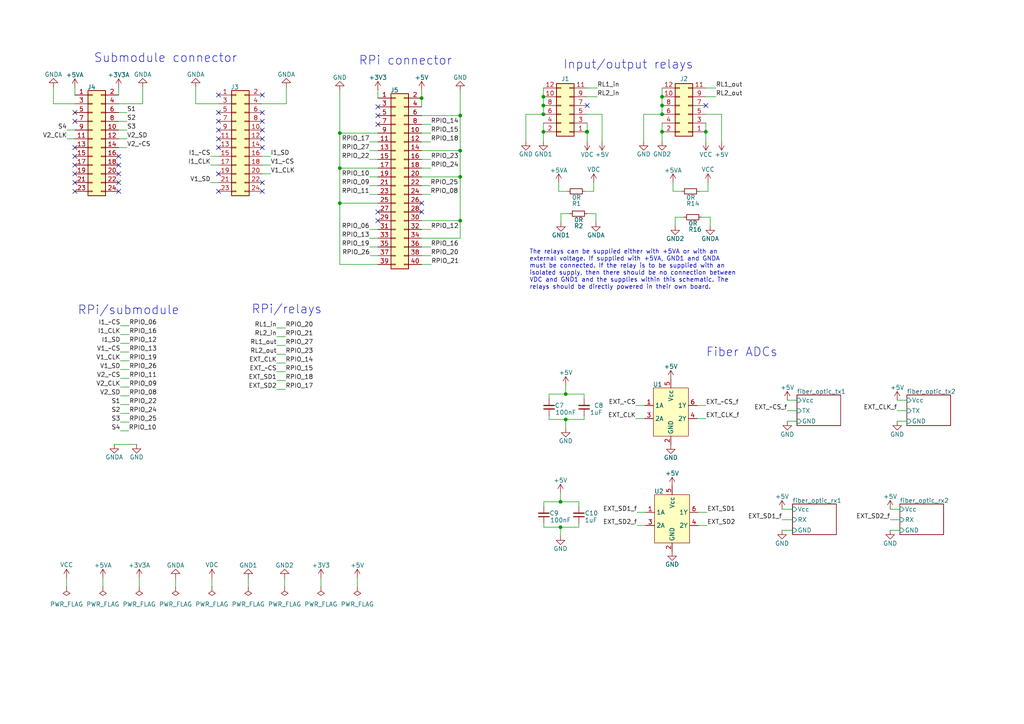
<source format=kicad_sch>
(kicad_sch (version 20211123) (generator eeschema)
  (paper "A4")
  (lib_symbols
    (symbol "CL_Digital_Buffer:Dual_Buffer"
      (property "Reference" "U" (at -5.08 6.35 0))
      (property "Value" "Dual_Buffer" (at 6.35 6.35 0))
      (symbol "Dual_Buffer_0_1"
        (rectangle (start -5.08 5.08) (end 5.08 -8.89) (fill (type background)))
      )
      (symbol "Dual_Buffer_1_1"
        (pin input line (at -7.62 0 0) (length 2.54) (name "1A") (number "1"))
        (pin power_in line (at 0 -11.43 90) (length 2.54) (name "GND") (number "2"))
        (pin input line (at -7.62 -3.81 0) (length 2.54) (name "2A") (number "3"))
        (pin input line (at 7.62 -3.81 180) (length 2.54) (name "2Y") (number "4"))
        (pin power_in line (at 0 7.62 270) (length 2.54) (name "Vcc") (number "5"))
        (pin input line (at 7.62 0 180) (length 2.54) (name "1Y") (number "6"))
      )
    )
    (symbol "CL_power:+3V3A" (power) (pin_names (offset 0))
      (property "Value" "+3V3A" (at 0 3.556 0))
      (symbol "+3V3A_0_1"
        (polyline (pts (xy -0.762 1.27) (xy 0 2.54)))
        (polyline (pts (xy 0 0) (xy 0 2.54)))
        (polyline (pts (xy 0 2.54) (xy 0.762 1.27)))
      )
      (symbol "+3V3A_1_1"
        (pin power_in line (at 0 0 90) (length 0) hide (name "+3V3A") (number "1"))
      )
    )
    (symbol "Connector_Generic:Conn_02x06_Odd_Even" (pin_names (offset 1.016) hide)
      (property "Reference" "J" (at 1.27 7.62 0))
      (property "Value" "Conn_02x06_Odd_Even" (at 1.27 -10.16 0))
      (symbol "Conn_02x06_Odd_Even_1_1"
        (rectangle (start -1.27 -7.493) (end 0 -7.747) (stroke (width 0.1524)))
        (rectangle (start -1.27 -4.953) (end 0 -5.207) (stroke (width 0.1524)))
        (rectangle (start -1.27 -2.413) (end 0 -2.667) (stroke (width 0.1524)))
        (rectangle (start -1.27 0.127) (end 0 -0.127) (stroke (width 0.1524)))
        (rectangle (start -1.27 2.667) (end 0 2.413) (stroke (width 0.1524)))
        (rectangle (start -1.27 5.207) (end 0 4.953) (stroke (width 0.1524)))
        (rectangle (start -1.27 6.35) (end 3.81 -8.89) (stroke (width 0.254)) (fill (type background)))
        (rectangle (start 3.81 -7.493) (end 2.54 -7.747) (stroke (width 0.1524)))
        (rectangle (start 3.81 -4.953) (end 2.54 -5.207) (stroke (width 0.1524)))
        (rectangle (start 3.81 -2.413) (end 2.54 -2.667) (stroke (width 0.1524)))
        (rectangle (start 3.81 0.127) (end 2.54 -0.127) (stroke (width 0.1524)))
        (rectangle (start 3.81 2.667) (end 2.54 2.413) (stroke (width 0.1524)))
        (rectangle (start 3.81 5.207) (end 2.54 4.953) (stroke (width 0.1524)))
        (pin passive line (at -5.08 5.08 0) (length 3.81) (name "Pin_1") (number "1"))
        (pin passive line (at 7.62 -5.08 180) (length 3.81) (name "Pin_10") (number "10"))
        (pin passive line (at -5.08 -7.62 0) (length 3.81) (name "Pin_11") (number "11"))
        (pin passive line (at 7.62 -7.62 180) (length 3.81) (name "Pin_12") (number "12"))
        (pin passive line (at 7.62 5.08 180) (length 3.81) (name "Pin_2") (number "2"))
        (pin passive line (at -5.08 2.54 0) (length 3.81) (name "Pin_3") (number "3"))
        (pin passive line (at 7.62 2.54 180) (length 3.81) (name "Pin_4") (number "4"))
        (pin passive line (at -5.08 0 0) (length 3.81) (name "Pin_5") (number "5"))
        (pin passive line (at 7.62 0 180) (length 3.81) (name "Pin_6") (number "6"))
        (pin passive line (at -5.08 -2.54 0) (length 3.81) (name "Pin_7") (number "7"))
        (pin passive line (at 7.62 -2.54 180) (length 3.81) (name "Pin_8") (number "8"))
        (pin passive line (at -5.08 -5.08 0) (length 3.81) (name "Pin_9") (number "9"))
      )
    )
    (symbol "Connector_Generic:Conn_02x12_Odd_Even" (pin_names (offset 1.016) hide)
      (property "Reference" "J" (at 1.27 15.24 0))
      (property "Value" "Conn_02x12_Odd_Even" (at 1.27 -17.78 0))
      (symbol "Conn_02x12_Odd_Even_1_1"
        (rectangle (start -1.27 -15.113) (end 0 -15.367) (stroke (width 0.1524)))
        (rectangle (start -1.27 -12.573) (end 0 -12.827) (stroke (width 0.1524)))
        (rectangle (start -1.27 -10.033) (end 0 -10.287) (stroke (width 0.1524)))
        (rectangle (start -1.27 -7.493) (end 0 -7.747) (stroke (width 0.1524)))
        (rectangle (start -1.27 -4.953) (end 0 -5.207) (stroke (width 0.1524)))
        (rectangle (start -1.27 -2.413) (end 0 -2.667) (stroke (width 0.1524)))
        (rectangle (start -1.27 0.127) (end 0 -0.127) (stroke (width 0.1524)))
        (rectangle (start -1.27 2.667) (end 0 2.413) (stroke (width 0.1524)))
        (rectangle (start -1.27 5.207) (end 0 4.953) (stroke (width 0.1524)))
        (rectangle (start -1.27 7.747) (end 0 7.493) (stroke (width 0.1524)))
        (rectangle (start -1.27 10.287) (end 0 10.033) (stroke (width 0.1524)))
        (rectangle (start -1.27 12.827) (end 0 12.573) (stroke (width 0.1524)))
        (rectangle (start -1.27 13.97) (end 3.81 -16.51) (stroke (width 0.254)) (fill (type background)))
        (rectangle (start 3.81 -15.113) (end 2.54 -15.367) (stroke (width 0.1524)))
        (rectangle (start 3.81 -12.573) (end 2.54 -12.827) (stroke (width 0.1524)))
        (rectangle (start 3.81 -10.033) (end 2.54 -10.287) (stroke (width 0.1524)))
        (rectangle (start 3.81 -7.493) (end 2.54 -7.747) (stroke (width 0.1524)))
        (rectangle (start 3.81 -4.953) (end 2.54 -5.207) (stroke (width 0.1524)))
        (rectangle (start 3.81 -2.413) (end 2.54 -2.667) (stroke (width 0.1524)))
        (rectangle (start 3.81 0.127) (end 2.54 -0.127) (stroke (width 0.1524)))
        (rectangle (start 3.81 2.667) (end 2.54 2.413) (stroke (width 0.1524)))
        (rectangle (start 3.81 5.207) (end 2.54 4.953) (stroke (width 0.1524)))
        (rectangle (start 3.81 7.747) (end 2.54 7.493) (stroke (width 0.1524)))
        (rectangle (start 3.81 10.287) (end 2.54 10.033) (stroke (width 0.1524)))
        (rectangle (start 3.81 12.827) (end 2.54 12.573) (stroke (width 0.1524)))
        (pin passive line (at -5.08 12.7 0) (length 3.81) (name "Pin_1") (number "1"))
        (pin passive line (at 7.62 2.54 180) (length 3.81) (name "Pin_10") (number "10"))
        (pin passive line (at -5.08 0 0) (length 3.81) (name "Pin_11") (number "11"))
        (pin passive line (at 7.62 0 180) (length 3.81) (name "Pin_12") (number "12"))
        (pin passive line (at -5.08 -2.54 0) (length 3.81) (name "Pin_13") (number "13"))
        (pin passive line (at 7.62 -2.54 180) (length 3.81) (name "Pin_14") (number "14"))
        (pin passive line (at -5.08 -5.08 0) (length 3.81) (name "Pin_15") (number "15"))
        (pin passive line (at 7.62 -5.08 180) (length 3.81) (name "Pin_16") (number "16"))
        (pin passive line (at -5.08 -7.62 0) (length 3.81) (name "Pin_17") (number "17"))
        (pin passive line (at 7.62 -7.62 180) (length 3.81) (name "Pin_18") (number "18"))
        (pin passive line (at -5.08 -10.16 0) (length 3.81) (name "Pin_19") (number "19"))
        (pin passive line (at 7.62 12.7 180) (length 3.81) (name "Pin_2") (number "2"))
        (pin passive line (at 7.62 -10.16 180) (length 3.81) (name "Pin_20") (number "20"))
        (pin passive line (at -5.08 -12.7 0) (length 3.81) (name "Pin_21") (number "21"))
        (pin passive line (at 7.62 -12.7 180) (length 3.81) (name "Pin_22") (number "22"))
        (pin passive line (at -5.08 -15.24 0) (length 3.81) (name "Pin_23") (number "23"))
        (pin passive line (at 7.62 -15.24 180) (length 3.81) (name "Pin_24") (number "24"))
        (pin passive line (at -5.08 10.16 0) (length 3.81) (name "Pin_3") (number "3"))
        (pin passive line (at 7.62 10.16 180) (length 3.81) (name "Pin_4") (number "4"))
        (pin passive line (at -5.08 7.62 0) (length 3.81) (name "Pin_5") (number "5"))
        (pin passive line (at 7.62 7.62 180) (length 3.81) (name "Pin_6") (number "6"))
        (pin passive line (at -5.08 5.08 0) (length 3.81) (name "Pin_7") (number "7"))
        (pin passive line (at 7.62 5.08 180) (length 3.81) (name "Pin_8") (number "8"))
        (pin passive line (at -5.08 2.54 0) (length 3.81) (name "Pin_9") (number "9"))
      )
    )
    (symbol "Connector_Generic:Conn_02x20_Odd_Even" (pin_names (offset 1.016) hide)
      (property "Reference" "J" (at 1.27 25.4 0))
      (property "Value" "Conn_02x20_Odd_Even" (at 1.27 -27.94 0))
      (symbol "Conn_02x20_Odd_Even_1_1"
        (rectangle (start -1.27 -25.273) (end 0 -25.527) (stroke (width 0.1524)))
        (rectangle (start -1.27 -22.733) (end 0 -22.987) (stroke (width 0.1524)))
        (rectangle (start -1.27 -20.193) (end 0 -20.447) (stroke (width 0.1524)))
        (rectangle (start -1.27 -17.653) (end 0 -17.907) (stroke (width 0.1524)))
        (rectangle (start -1.27 -15.113) (end 0 -15.367) (stroke (width 0.1524)))
        (rectangle (start -1.27 -12.573) (end 0 -12.827) (stroke (width 0.1524)))
        (rectangle (start -1.27 -10.033) (end 0 -10.287) (stroke (width 0.1524)))
        (rectangle (start -1.27 -7.493) (end 0 -7.747) (stroke (width 0.1524)))
        (rectangle (start -1.27 -4.953) (end 0 -5.207) (stroke (width 0.1524)))
        (rectangle (start -1.27 -2.413) (end 0 -2.667) (stroke (width 0.1524)))
        (rectangle (start -1.27 0.127) (end 0 -0.127) (stroke (width 0.1524)))
        (rectangle (start -1.27 2.667) (end 0 2.413) (stroke (width 0.1524)))
        (rectangle (start -1.27 5.207) (end 0 4.953) (stroke (width 0.1524)))
        (rectangle (start -1.27 7.747) (end 0 7.493) (stroke (width 0.1524)))
        (rectangle (start -1.27 10.287) (end 0 10.033) (stroke (width 0.1524)))
        (rectangle (start -1.27 12.827) (end 0 12.573) (stroke (width 0.1524)))
        (rectangle (start -1.27 15.367) (end 0 15.113) (stroke (width 0.1524)))
        (rectangle (start -1.27 17.907) (end 0 17.653) (stroke (width 0.1524)))
        (rectangle (start -1.27 20.447) (end 0 20.193) (stroke (width 0.1524)))
        (rectangle (start -1.27 22.987) (end 0 22.733) (stroke (width 0.1524)))
        (rectangle (start -1.27 24.13) (end 3.81 -26.67) (stroke (width 0.254)) (fill (type background)))
        (rectangle (start 3.81 -25.273) (end 2.54 -25.527) (stroke (width 0.1524)))
        (rectangle (start 3.81 -22.733) (end 2.54 -22.987) (stroke (width 0.1524)))
        (rectangle (start 3.81 -20.193) (end 2.54 -20.447) (stroke (width 0.1524)))
        (rectangle (start 3.81 -17.653) (end 2.54 -17.907) (stroke (width 0.1524)))
        (rectangle (start 3.81 -15.113) (end 2.54 -15.367) (stroke (width 0.1524)))
        (rectangle (start 3.81 -12.573) (end 2.54 -12.827) (stroke (width 0.1524)))
        (rectangle (start 3.81 -10.033) (end 2.54 -10.287) (stroke (width 0.1524)))
        (rectangle (start 3.81 -7.493) (end 2.54 -7.747) (stroke (width 0.1524)))
        (rectangle (start 3.81 -4.953) (end 2.54 -5.207) (stroke (width 0.1524)))
        (rectangle (start 3.81 -2.413) (end 2.54 -2.667) (stroke (width 0.1524)))
        (rectangle (start 3.81 0.127) (end 2.54 -0.127) (stroke (width 0.1524)))
        (rectangle (start 3.81 2.667) (end 2.54 2.413) (stroke (width 0.1524)))
        (rectangle (start 3.81 5.207) (end 2.54 4.953) (stroke (width 0.1524)))
        (rectangle (start 3.81 7.747) (end 2.54 7.493) (stroke (width 0.1524)))
        (rectangle (start 3.81 10.287) (end 2.54 10.033) (stroke (width 0.1524)))
        (rectangle (start 3.81 12.827) (end 2.54 12.573) (stroke (width 0.1524)))
        (rectangle (start 3.81 15.367) (end 2.54 15.113) (stroke (width 0.1524)))
        (rectangle (start 3.81 17.907) (end 2.54 17.653) (stroke (width 0.1524)))
        (rectangle (start 3.81 20.447) (end 2.54 20.193) (stroke (width 0.1524)))
        (rectangle (start 3.81 22.987) (end 2.54 22.733) (stroke (width 0.1524)))
        (pin passive line (at -5.08 22.86 0) (length 3.81) (name "Pin_1") (number "1"))
        (pin passive line (at 7.62 12.7 180) (length 3.81) (name "Pin_10") (number "10"))
        (pin passive line (at -5.08 10.16 0) (length 3.81) (name "Pin_11") (number "11"))
        (pin passive line (at 7.62 10.16 180) (length 3.81) (name "Pin_12") (number "12"))
        (pin passive line (at -5.08 7.62 0) (length 3.81) (name "Pin_13") (number "13"))
        (pin passive line (at 7.62 7.62 180) (length 3.81) (name "Pin_14") (number "14"))
        (pin passive line (at -5.08 5.08 0) (length 3.81) (name "Pin_15") (number "15"))
        (pin passive line (at 7.62 5.08 180) (length 3.81) (name "Pin_16") (number "16"))
        (pin passive line (at -5.08 2.54 0) (length 3.81) (name "Pin_17") (number "17"))
        (pin passive line (at 7.62 2.54 180) (length 3.81) (name "Pin_18") (number "18"))
        (pin passive line (at -5.08 0 0) (length 3.81) (name "Pin_19") (number "19"))
        (pin passive line (at 7.62 22.86 180) (length 3.81) (name "Pin_2") (number "2"))
        (pin passive line (at 7.62 0 180) (length 3.81) (name "Pin_20") (number "20"))
        (pin passive line (at -5.08 -2.54 0) (length 3.81) (name "Pin_21") (number "21"))
        (pin passive line (at 7.62 -2.54 180) (length 3.81) (name "Pin_22") (number "22"))
        (pin passive line (at -5.08 -5.08 0) (length 3.81) (name "Pin_23") (number "23"))
        (pin passive line (at 7.62 -5.08 180) (length 3.81) (name "Pin_24") (number "24"))
        (pin passive line (at -5.08 -7.62 0) (length 3.81) (name "Pin_25") (number "25"))
        (pin passive line (at 7.62 -7.62 180) (length 3.81) (name "Pin_26") (number "26"))
        (pin passive line (at -5.08 -10.16 0) (length 3.81) (name "Pin_27") (number "27"))
        (pin passive line (at 7.62 -10.16 180) (length 3.81) (name "Pin_28") (number "28"))
        (pin passive line (at -5.08 -12.7 0) (length 3.81) (name "Pin_29") (number "29"))
        (pin passive line (at -5.08 20.32 0) (length 3.81) (name "Pin_3") (number "3"))
        (pin passive line (at 7.62 -12.7 180) (length 3.81) (name "Pin_30") (number "30"))
        (pin passive line (at -5.08 -15.24 0) (length 3.81) (name "Pin_31") (number "31"))
        (pin passive line (at 7.62 -15.24 180) (length 3.81) (name "Pin_32") (number "32"))
        (pin passive line (at -5.08 -17.78 0) (length 3.81) (name "Pin_33") (number "33"))
        (pin passive line (at 7.62 -17.78 180) (length 3.81) (name "Pin_34") (number "34"))
        (pin passive line (at -5.08 -20.32 0) (length 3.81) (name "Pin_35") (number "35"))
        (pin passive line (at 7.62 -20.32 180) (length 3.81) (name "Pin_36") (number "36"))
        (pin passive line (at -5.08 -22.86 0) (length 3.81) (name "Pin_37") (number "37"))
        (pin passive line (at 7.62 -22.86 180) (length 3.81) (name "Pin_38") (number "38"))
        (pin passive line (at -5.08 -25.4 0) (length 3.81) (name "Pin_39") (number "39"))
        (pin passive line (at 7.62 20.32 180) (length 3.81) (name "Pin_4") (number "4"))
        (pin passive line (at 7.62 -25.4 180) (length 3.81) (name "Pin_40") (number "40"))
        (pin passive line (at -5.08 17.78 0) (length 3.81) (name "Pin_5") (number "5"))
        (pin passive line (at 7.62 17.78 180) (length 3.81) (name "Pin_6") (number "6"))
        (pin passive line (at -5.08 15.24 0) (length 3.81) (name "Pin_7") (number "7"))
        (pin passive line (at 7.62 15.24 180) (length 3.81) (name "Pin_8") (number "8"))
        (pin passive line (at -5.08 12.7 0) (length 3.81) (name "Pin_9") (number "9"))
      )
    )
    (symbol "Device:C_Small" (pin_numbers hide) (pin_names (offset 0.254) hide)
      (property "Reference" "C" (at 0.254 1.778 0))
      (property "Value" "C_Small" (at 0.254 -2.032 0))
      (symbol "C_Small_0_1"
        (polyline (pts (xy -1.524 -0.508) (xy 1.524 -0.508)) (stroke (width 0.3302)))
        (polyline (pts (xy -1.524 0.508) (xy 1.524 0.508)) (stroke (width 0.3048)))
      )
      (symbol "C_Small_1_1"
        (pin passive line (at 0 2.54 270) (length 2.032) (name "~") (number "1"))
        (pin passive line (at 0 -2.54 90) (length 2.032) (name "~") (number "2"))
      )
    )
    (symbol "Device:R_Small" (pin_numbers hide) (pin_names (offset 0.254) hide)
      (property "Reference" "R" (at 0.762 0.508 0))
      (property "Value" "R_Small" (at 0.762 -1.016 0))
      (symbol "R_Small_0_1"
        (rectangle (start -0.762 1.778) (end 0.762 -1.778) (stroke (width 0.2032)))
      )
      (symbol "R_Small_1_1"
        (pin passive line (at 0 2.54 270) (length 0.762) (name "~") (number "1"))
        (pin passive line (at 0 -2.54 90) (length 0.762) (name "~") (number "2"))
      )
    )
    (symbol "power:+3V3" (power) (pin_names (offset 0))
      (property "Value" "+3V3" (at 0 3.556 0))
      (symbol "+3V3_0_1"
        (polyline (pts (xy -0.762 1.27) (xy 0 2.54)))
        (polyline (pts (xy 0 0) (xy 0 2.54)))
        (polyline (pts (xy 0 2.54) (xy 0.762 1.27)))
      )
      (symbol "+3V3_1_1"
        (pin power_in line (at 0 0 90) (length 0) hide (name "+3V3") (number "1"))
      )
    )
    (symbol "power:+5V" (power) (pin_names (offset 0))
      (property "Value" "+5V" (at 0 3.556 0))
      (symbol "+5V_0_1"
        (polyline (pts (xy -0.762 1.27) (xy 0 2.54)))
        (polyline (pts (xy 0 0) (xy 0 2.54)))
        (polyline (pts (xy 0 2.54) (xy 0.762 1.27)))
      )
      (symbol "+5V_1_1"
        (pin power_in line (at 0 0 90) (length 0) hide (name "+5V") (number "1"))
      )
    )
    (symbol "power:+5VA" (power) (pin_names (offset 0))
      (property "Value" "+5VA" (at 0 3.556 0))
      (symbol "+5VA_0_1"
        (polyline (pts (xy -0.762 1.27) (xy 0 2.54)))
        (polyline (pts (xy 0 0) (xy 0 2.54)))
        (polyline (pts (xy 0 2.54) (xy 0.762 1.27)))
      )
      (symbol "+5VA_1_1"
        (pin power_in line (at 0 0 90) (length 0) hide (name "+5VA") (number "1"))
      )
    )
    (symbol "power:GND" (power) (pin_names (offset 0))
      (property "Value" "GND" (at 0 -3.81 0))
      (symbol "GND_0_1"
        (polyline (pts (xy 0 0) (xy 0 -1.27) (xy 1.27 -1.27) (xy 0 -2.54) (xy -1.27 -1.27) (xy 0 -1.27)))
      )
      (symbol "GND_1_1"
        (pin power_in line (at 0 0 270) (length 0) hide (name "GND") (number "1"))
      )
    )
    (symbol "power:GND1" (power) (pin_names (offset 0))
      (property "Value" "GND1" (at 0 -3.81 0))
      (symbol "GND1_0_1"
        (polyline (pts (xy 0 0) (xy 0 -1.27) (xy 1.27 -1.27) (xy 0 -2.54) (xy -1.27 -1.27) (xy 0 -1.27)))
      )
      (symbol "GND1_1_1"
        (pin power_in line (at 0 0 270) (length 0) hide (name "GND1") (number "1"))
      )
    )
    (symbol "power:GND2" (power) (pin_names (offset 0))
      (property "Value" "GND2" (at 0 -3.81 0))
      (symbol "GND2_0_1"
        (polyline (pts (xy 0 0) (xy 0 -1.27) (xy 1.27 -1.27) (xy 0 -2.54) (xy -1.27 -1.27) (xy 0 -1.27)))
      )
      (symbol "GND2_1_1"
        (pin power_in line (at 0 0 270) (length 0) hide (name "GND2") (number "1"))
      )
    )
    (symbol "power:GNDA" (power) (pin_names (offset 0))
      (property "Value" "GNDA" (at 0 -3.81 0))
      (symbol "GNDA_0_1"
        (polyline (pts (xy 0 0) (xy 0 -1.27) (xy 1.27 -1.27) (xy 0 -2.54) (xy -1.27 -1.27) (xy 0 -1.27)))
      )
      (symbol "GNDA_1_1"
        (pin power_in line (at 0 0 270) (length 0) hide (name "GNDA") (number "1"))
      )
    )
    (symbol "power:PWR_FLAG" (power) (pin_numbers hide) (pin_names (offset 0) hide)
      (property "Value" "PWR_FLAG" (at 0 3.81 0))
      (symbol "PWR_FLAG_0_0"
        (pin power_out line (at 0 0 90) (length 0) (name "pwr") (number "1"))
      )
      (symbol "PWR_FLAG_0_1"
        (polyline (pts (xy 0 0) (xy 0 1.27) (xy -1.016 1.905) (xy 0 2.54) (xy 1.016 1.905) (xy 0 1.27)))
      )
    )
    (symbol "power:VCC" (power) (pin_names (offset 0))
      (property "Value" "VCC" (at 0 3.81 0))
      (symbol "VCC_0_1"
        (polyline (pts (xy -0.762 1.27) (xy 0 2.54)))
        (polyline (pts (xy 0 0) (xy 0 2.54)))
        (polyline (pts (xy 0 2.54) (xy 0.762 1.27)))
      )
      (symbol "VCC_1_1"
        (pin power_in line (at 0 0 90) (length 0) hide (name "VCC") (number "1"))
      )
    )
    (symbol "power:VDC" (power) (pin_names (offset 0))
      (property "Value" "VDC" (at 0 6.35 0))
      (symbol "VDC_0_1"
        (polyline (pts (xy -0.762 1.27) (xy 0 2.54)))
        (polyline (pts (xy 0 0) (xy 0 2.54)))
        (polyline (pts (xy 0 2.54) (xy 0.762 1.27)))
      )
      (symbol "VDC_1_1"
        (pin power_in line (at 0 0 90) (length 0) hide (name "VDC") (number "1"))
      )
    )
  )
  (junction (at 164.084 121.666))
  (junction (at 133.477 43.688))
  (junction (at 157.607 30.607))
  (junction (at 157.607 28.067))
  (junction (at 164.084 114.3))
  (junction (at 133.477 64.008))
  (junction (at 133.477 33.528))
  (junction (at 192.024 28.067))
  (junction (at 157.607 33.147))
  (junction (at 162.56 152.908))
  (junction (at 98.552 38.608))
  (junction (at 157.607 38.227))
  (junction (at 192.024 33.147))
  (junction (at 98.552 48.768))
  (junction (at 192.024 30.607))
  (junction (at 170.307 38.227))
  (junction (at 122.301 28.448))
  (junction (at 133.477 51.308))
  (junction (at 162.56 145.542))
  (junction (at 204.724 38.227))
  (junction (at 170.18 38.227))
  (junction (at 192.024 38.227))
  (junction (at 98.552 58.928))
  (no_connect (at 204.724 30.607))
  (no_connect (at 109.601 64.008))
  (no_connect (at 122.301 61.468))
  (no_connect (at 109.601 61.468))
  (no_connect (at 109.601 33.528))
  (no_connect (at 34.417 45.339))
  (no_connect (at 109.601 36.068))
  (no_connect (at 122.301 58.928))
  (no_connect (at 21.717 35.179))
  (no_connect (at 21.717 50.419))
  (no_connect (at 21.717 52.959))
  (no_connect (at 21.717 55.499))
  (no_connect (at 21.717 45.339))
  (no_connect (at 21.717 47.879))
  (no_connect (at 21.717 42.799))
  (no_connect (at 170.307 30.607))
  (no_connect (at 63.373 27.559))
  (no_connect (at 76.073 27.559))
  (no_connect (at 109.601 30.988))
  (no_connect (at 34.417 47.879))
  (no_connect (at 34.417 50.419))
  (no_connect (at 34.417 52.959))
  (no_connect (at 34.417 55.499))
  (no_connect (at 76.073 32.639))
  (no_connect (at 76.073 35.179))
  (no_connect (at 76.073 37.719))
  (no_connect (at 76.073 40.259))
  (no_connect (at 76.073 42.799))
  (no_connect (at 76.073 52.959))
  (no_connect (at 76.073 55.499))
  (no_connect (at 63.373 32.639))
  (no_connect (at 63.373 35.179))
  (no_connect (at 63.373 37.719))
  (no_connect (at 63.373 40.259))
  (no_connect (at 63.373 42.799))
  (no_connect (at 63.373 50.419))
  (no_connect (at 63.373 55.499))
  (no_connect (at 21.717 32.639))
  (wire (pts (xy 122.301 53.848) (xy 124.841 53.848)))
  (wire (pts (xy 122.301 69.088) (xy 133.477 69.088)))
  (wire (pts (xy 157.607 38.227) (xy 157.607 41.021)))
  (wire (pts (xy 61.087 45.339) (xy 63.373 45.339)))
  (wire (pts (xy 170.307 38.227) (xy 170.18 38.227)))
  (wire (pts (xy 228.346 119.126) (xy 231.14 119.126)))
  (wire (pts (xy 80.264 110.363) (xy 82.804 110.363)))
  (wire (pts (xy 122.301 33.528) (xy 133.477 33.528)))
  (wire (pts (xy 192.024 38.227) (xy 192.024 41.021)))
  (wire (pts (xy 34.417 40.259) (xy 36.83 40.259)))
  (wire (pts (xy 107.188 71.628) (xy 109.601 71.628)))
  (wire (pts (xy 195.834 65.532) (xy 195.834 62.992)))
  (wire (pts (xy 83.058 30.099) (xy 83.058 25.273)))
  (wire (pts (xy 122.301 36.068) (xy 124.968 36.068)))
  (wire (pts (xy 167.894 146.812) (xy 167.894 145.542)))
  (wire (pts (xy 162.56 152.908) (xy 162.56 155.448)))
  (wire (pts (xy 202.819 55.499) (xy 205.359 55.499)))
  (wire (pts (xy 258.191 147.701) (xy 260.985 147.701)))
  (wire (pts (xy 122.301 56.388) (xy 124.841 56.388)))
  (wire (pts (xy 15.494 30.099) (xy 15.494 25.273)))
  (wire (pts (xy 133.477 64.008) (xy 133.477 51.308)))
  (wire (pts (xy 34.417 25.4) (xy 34.417 27.559)))
  (wire (pts (xy 258.191 150.749) (xy 260.985 150.749)))
  (wire (pts (xy 184.404 121.412) (xy 186.944 121.412)))
  (wire (pts (xy 21.717 25.4) (xy 21.717 27.559)))
  (wire (pts (xy 19.431 40.259) (xy 21.717 40.259)))
  (wire (pts (xy 169.418 121.666) (xy 164.084 121.666)))
  (wire (pts (xy 228.346 116.078) (xy 231.14 116.078)))
  (wire (pts (xy 169.418 114.3) (xy 164.084 114.3)))
  (wire (pts (xy 170.307 28.067) (xy 173.228 28.067)))
  (wire (pts (xy 164.084 114.3) (xy 159.258 114.3)))
  (wire (pts (xy 19.431 37.719) (xy 21.717 37.719)))
  (wire (pts (xy 162.052 55.499) (xy 164.592 55.499)))
  (wire (pts (xy 34.417 32.639) (xy 36.83 32.639)))
  (wire (pts (xy 107.188 43.688) (xy 109.601 43.688)))
  (wire (pts (xy 122.301 38.608) (xy 124.968 38.608)))
  (wire (pts (xy 192.024 25.527) (xy 192.024 28.067)))
  (wire (pts (xy 107.188 51.308) (xy 109.601 51.308)))
  (wire (pts (xy 122.301 71.628) (xy 124.968 71.628)))
  (wire (pts (xy 204.724 38.227) (xy 204.724 41.021)))
  (wire (pts (xy 98.552 38.608) (xy 98.552 26.162)))
  (wire (pts (xy 56.769 30.099) (xy 56.769 25.273)))
  (wire (pts (xy 195.199 52.959) (xy 195.199 55.499)))
  (wire (pts (xy 204.724 25.527) (xy 207.645 25.527)))
  (wire (pts (xy 98.552 48.768) (xy 109.601 48.768)))
  (wire (pts (xy 34.925 109.728) (xy 37.465 109.728)))
  (wire (pts (xy 122.301 46.228) (xy 124.968 46.228)))
  (wire (pts (xy 228.346 122.174) (xy 231.14 122.174)))
  (wire (pts (xy 98.552 48.768) (xy 98.552 38.608)))
  (wire (pts (xy 80.264 97.663) (xy 82.804 97.663)))
  (wire (pts (xy 34.925 122.428) (xy 37.465 122.428)))
  (wire (pts (xy 107.188 46.228) (xy 109.601 46.228)))
  (wire (pts (xy 159.258 114.3) (xy 159.258 115.57)))
  (wire (pts (xy 34.925 112.268) (xy 37.465 112.268)))
  (wire (pts (xy 205.994 62.992) (xy 205.994 65.532)))
  (wire (pts (xy 34.417 35.179) (xy 36.83 35.179)))
  (wire (pts (xy 174.625 33.147) (xy 174.625 41.021)))
  (wire (pts (xy 80.264 100.203) (xy 82.804 100.203)))
  (wire (pts (xy 107.315 74.168) (xy 109.601 74.168)))
  (wire (pts (xy 19.304 167.64) (xy 19.304 170.18)))
  (wire (pts (xy 61.087 47.879) (xy 63.373 47.879)))
  (wire (pts (xy 107.188 66.548) (xy 109.601 66.548)))
  (wire (pts (xy 169.672 55.499) (xy 172.212 55.499)))
  (wire (pts (xy 258.191 153.797) (xy 260.985 153.797)))
  (wire (pts (xy 226.822 153.797) (xy 229.87 153.797)))
  (wire (pts (xy 76.073 30.099) (xy 83.058 30.099)))
  (wire (pts (xy 34.925 117.348) (xy 37.465 117.348)))
  (wire (pts (xy 162.56 145.542) (xy 157.734 145.542)))
  (wire (pts (xy 205.359 55.499) (xy 205.359 52.959)))
  (wire (pts (xy 76.073 50.419) (xy 78.486 50.419)))
  (wire (pts (xy 169.418 115.57) (xy 169.418 114.3)))
  (wire (pts (xy 34.925 97.028) (xy 37.465 97.028)))
  (wire (pts (xy 152.527 33.147) (xy 157.607 33.147)))
  (wire (pts (xy 109.601 76.708) (xy 98.552 76.708)))
  (wire (pts (xy 157.607 25.527) (xy 157.607 28.067)))
  (wire (pts (xy 98.552 58.928) (xy 98.552 76.708)))
  (wire (pts (xy 80.264 95.123) (xy 82.804 95.123)))
  (wire (pts (xy 226.822 147.701) (xy 229.87 147.701)))
  (wire (pts (xy 93.091 167.64) (xy 93.091 170.18)))
  (wire (pts (xy 34.925 107.188) (xy 37.465 107.188)))
  (wire (pts (xy 122.301 48.768) (xy 124.968 48.768)))
  (wire (pts (xy 50.927 167.64) (xy 50.927 170.18)))
  (wire (pts (xy 34.417 30.099) (xy 41.402 30.099)))
  (wire (pts (xy 76.073 45.339) (xy 78.486 45.339)))
  (wire (pts (xy 40.386 167.64) (xy 40.386 170.18)))
  (wire (pts (xy 164.084 121.666) (xy 159.258 121.666)))
  (wire (pts (xy 133.477 51.308) (xy 133.477 43.688)))
  (wire (pts (xy 260.223 119.126) (xy 263.017 119.126)))
  (wire (pts (xy 184.785 152.4) (xy 187.325 152.4)))
  (wire (pts (xy 162.052 52.959) (xy 162.052 55.499)))
  (wire (pts (xy 157.607 28.067) (xy 157.607 30.607)))
  (wire (pts (xy 80.264 102.743) (xy 82.804 102.743)))
  (wire (pts (xy 107.188 69.088) (xy 109.601 69.088)))
  (wire (pts (xy 34.925 102.108) (xy 37.465 102.108)))
  (wire (pts (xy 63.373 30.099) (xy 56.769 30.099)))
  (wire (pts (xy 133.477 69.088) (xy 133.477 64.008)))
  (wire (pts (xy 98.552 58.928) (xy 109.601 58.928)))
  (wire (pts (xy 80.264 112.903) (xy 82.804 112.903)))
  (wire (pts (xy 29.845 167.64) (xy 29.845 170.18)))
  (wire (pts (xy 162.56 143.002) (xy 162.56 145.542)))
  (wire (pts (xy 260.223 116.078) (xy 263.017 116.078)))
  (wire (pts (xy 157.734 145.542) (xy 157.734 146.812)))
  (wire (pts (xy 72.009 167.64) (xy 72.009 170.18)))
  (wire (pts (xy 203.454 62.992) (xy 205.994 62.992)))
  (wire (pts (xy 204.724 33.147) (xy 209.296 33.147)))
  (wire (pts (xy 202.565 152.4) (xy 205.105 152.4)))
  (wire (pts (xy 167.894 152.908) (xy 162.56 152.908)))
  (wire (pts (xy 164.084 111.76) (xy 164.084 114.3)))
  (wire (pts (xy 170.307 61.976) (xy 172.847 61.976)))
  (wire (pts (xy 122.301 43.688) (xy 133.477 43.688)))
  (wire (pts (xy 122.301 26.162) (xy 122.301 28.448)))
  (wire (pts (xy 122.301 66.548) (xy 124.968 66.548)))
  (wire (pts (xy 162.687 61.976) (xy 165.227 61.976)))
  (wire (pts (xy 202.184 121.412) (xy 204.724 121.412)))
  (wire (pts (xy 34.925 124.968) (xy 37.338 124.968)))
  (wire (pts (xy 164.084 121.666) (xy 164.084 124.206)))
  (wire (pts (xy 172.847 61.976) (xy 172.847 64.516)))
  (wire (pts (xy 98.552 48.768) (xy 98.552 58.928)))
  (wire (pts (xy 98.552 38.608) (xy 109.601 38.608)))
  (wire (pts (xy 202.565 148.59) (xy 205.105 148.59)))
  (wire (pts (xy 34.417 37.719) (xy 36.83 37.719)))
  (wire (pts (xy 195.199 55.499) (xy 197.739 55.499)))
  (wire (pts (xy 80.264 107.823) (xy 82.804 107.823)))
  (wire (pts (xy 170.307 33.147) (xy 174.625 33.147)))
  (wire (pts (xy 61.087 52.959) (xy 63.373 52.959)))
  (wire (pts (xy 260.223 122.174) (xy 263.017 122.174)))
  (wire (pts (xy 204.724 28.067) (xy 207.645 28.067)))
  (wire (pts (xy 122.301 51.308) (xy 133.477 51.308)))
  (wire (pts (xy 162.687 64.516) (xy 162.687 61.976)))
  (wire (pts (xy 82.55 167.64) (xy 82.55 170.18)))
  (wire (pts (xy 157.734 152.908) (xy 157.734 151.892)))
  (wire (pts (xy 157.607 30.607) (xy 157.607 33.147)))
  (wire (pts (xy 170.307 38.227) (xy 170.307 41.021)))
  (wire (pts (xy 122.301 74.168) (xy 124.968 74.168)))
  (wire (pts (xy 192.024 35.687) (xy 192.024 38.227)))
  (wire (pts (xy 192.024 30.607) (xy 192.024 33.147)))
  (wire (pts (xy 170.307 25.527) (xy 173.228 25.527)))
  (wire (pts (xy 33.147 128.905) (xy 39.624 128.905)))
  (wire (pts (xy 157.607 35.687) (xy 157.607 38.227)))
  (wire (pts (xy 169.418 120.65) (xy 169.418 121.666)))
  (wire (pts (xy 202.184 117.602) (xy 204.724 117.602)))
  (wire (pts (xy 186.69 41.021) (xy 186.69 33.147)))
  (wire (pts (xy 167.894 145.542) (xy 162.56 145.542)))
  (wire (pts (xy 76.073 47.879) (xy 78.486 47.879)))
  (wire (pts (xy 133.477 26.162) (xy 133.477 33.528)))
  (wire (pts (xy 122.301 41.148) (xy 124.968 41.148)))
  (wire (pts (xy 122.301 64.008) (xy 133.477 64.008)))
  (wire (pts (xy 109.601 26.162) (xy 109.601 28.448)))
  (wire (pts (xy 34.925 119.888) (xy 37.465 119.888)))
  (wire (pts (xy 162.56 152.908) (xy 157.734 152.908)))
  (wire (pts (xy 41.402 25.273) (xy 41.402 30.099)))
  (wire (pts (xy 122.301 28.448) (xy 122.301 30.988)))
  (wire (pts (xy 107.188 41.148) (xy 109.601 41.148)))
  (wire (pts (xy 34.925 94.488) (xy 37.465 94.488)))
  (wire (pts (xy 21.717 30.099) (xy 15.494 30.099)))
  (wire (pts (xy 172.212 55.499) (xy 172.212 52.959)))
  (wire (pts (xy 34.417 42.799) (xy 36.83 42.799)))
  (wire (pts (xy 226.822 150.749) (xy 229.87 150.749)))
  (wire (pts (xy 184.404 117.602) (xy 186.944 117.602)))
  (wire (pts (xy 61.468 167.64) (xy 61.468 170.18)))
  (wire (pts (xy 107.188 53.848) (xy 109.601 53.848)))
  (wire (pts (xy 204.724 35.687) (xy 204.724 38.227)))
  (wire (pts (xy 159.258 121.666) (xy 159.258 120.65)))
  (wire (pts (xy 34.925 114.808) (xy 37.465 114.808)))
  (wire (pts (xy 195.834 62.992) (xy 198.374 62.992)))
  (wire (pts (xy 186.69 33.147) (xy 192.024 33.147)))
  (wire (pts (xy 152.527 41.021) (xy 152.527 33.147)))
  (wire (pts (xy 170.307 35.687) (xy 170.307 38.227)))
  (wire (pts (xy 107.188 56.388) (xy 109.601 56.388)))
  (wire (pts (xy 167.894 151.892) (xy 167.894 152.908)))
  (wire (pts (xy 122.301 76.708) (xy 125.095 76.708)))
  (wire (pts (xy 184.785 148.59) (xy 187.325 148.59)))
  (wire (pts (xy 34.925 99.568) (xy 37.465 99.568)))
  (wire (pts (xy 34.925 104.648) (xy 37.465 104.648)))
  (wire (pts (xy 80.264 105.283) (xy 82.804 105.283)))
  (wire (pts (xy 209.296 33.147) (xy 209.296 41.021)))
  (wire (pts (xy 133.477 43.688) (xy 133.477 33.528)))
  (wire (pts (xy 192.024 28.067) (xy 192.024 30.607)))
  (wire (pts (xy 103.632 167.64) (xy 103.632 170.18)))
  (text "The relays can be supplied either with +5VA or with an\nexternal voltage. If supplied with +5VA, GND1 and GNDA\nmust be connected. If the relay is to be supplied with an\nisolated supply, then there should be no connection between\nVDC and GND1 and the supplies within this schematic. The\nrelays should be directly powered in their own board." (at 153.543 84.074 0) (effects (font (size 1.27 1.27)) (justify left bottom)))
  (text "RPi/submodule" (at 22.479 91.567 0) (effects (font (size 2.54 2.54)) (justify left bottom)))
  (text "RPi/relays" (at 72.898 91.313 0) (effects (font (size 2.54 2.54)) (justify left bottom)))
  (text "RPi connector" (at 104.013 19.177 0) (effects (font (size 2.54 2.54)) (justify left bottom)))
  (text "Input/output relays" (at 163.322 20.32 0) (effects (font (size 2.54 2.54)) (justify left bottom)))
  (text "Fiber ADCs" (at 204.724 103.759 0) (effects (font (size 2.54 2.54)) (justify left bottom)))
  (text "Submodule connector" (at 27.178 18.415 0) (effects (font (size 2.54 2.54)) (justify left bottom)))
  (label "RPIO_19" (at 107.188 71.628 180))
  (label "EXT_CLK" (at 184.404 121.412 180))
  (label "EXT_SD2_f" (at 184.785 152.4 180))
  (label "V1_CLK" (at 34.925 104.648 180))
  (label "V1_~CS" (at 34.925 102.108 180))
  (label "EXT_CLK" (at 80.264 105.283 180))
  (label "RL1_out" (at 207.645 25.527 0))
  (label "S4" (at 19.431 37.719 180))
  (label "I1_~CS" (at 34.925 94.488 180))
  (label "RPIO_15" (at 82.804 107.823 0))
  (label "RPIO_13" (at 37.465 102.108 0))
  (label "RPIO_13" (at 107.188 69.088 180))
  (label "RPIO_06" (at 37.465 94.488 0))
  (label "I1_SD" (at 34.925 99.568 180))
  (label "RPIO_10" (at 107.188 51.308 180))
  (label "RL1_in" (at 80.264 95.123 180))
  (label "S3" (at 34.925 122.428 180))
  (label "RPIO_25" (at 124.841 53.848 0))
  (label "EXT_SD1" (at 80.264 110.363 180))
  (label "RPIO_27" (at 82.804 100.203 0))
  (label "RPIO_11" (at 107.188 56.388 180))
  (label "V2_~CS" (at 36.83 42.799 0))
  (label "RPIO_17" (at 82.804 112.903 0))
  (label "RPIO_27" (at 107.188 43.688 180))
  (label "RPIO_25" (at 37.465 122.428 0))
  (label "I1_~CS" (at 61.087 45.339 180))
  (label "V1_SD" (at 61.087 52.959 180))
  (label "V2_SD" (at 36.83 40.259 0))
  (label "EXT_SD1_f" (at 226.822 150.749 180))
  (label "RPIO_23" (at 124.968 46.228 0))
  (label "RPIO_19" (at 37.465 104.648 0))
  (label "RPIO_22" (at 107.188 46.228 180))
  (label "RPIO_17" (at 107.188 41.148 180))
  (label "RPIO_09" (at 107.188 53.848 180))
  (label "EXT_SD2_f" (at 258.191 150.749 180))
  (label "RPIO_15" (at 124.968 38.608 0))
  (label "RL2_out" (at 80.264 102.743 180))
  (label "EXT_~CS" (at 80.264 107.823 180))
  (label "RPIO_20" (at 82.804 95.123 0))
  (label "EXT_SD2" (at 80.264 112.903 180))
  (label "V2_~CS" (at 34.925 109.728 180))
  (label "V2_SD" (at 34.925 114.808 180))
  (label "RPIO_26" (at 37.465 107.188 0))
  (label "RPIO_08" (at 37.465 114.808 0))
  (label "RPIO_26" (at 107.315 74.168 180))
  (label "V1_~CS" (at 78.486 47.879 0))
  (label "I1_CLK" (at 34.925 97.028 180))
  (label "RPIO_16" (at 124.968 71.628 0))
  (label "RPIO_22" (at 37.465 117.348 0))
  (label "RPIO_24" (at 37.465 119.888 0))
  (label "RL2_in" (at 80.264 97.663 180))
  (label "I1_CLK" (at 61.087 47.879 180))
  (label "RPIO_21" (at 125.095 76.708 0))
  (label "S3" (at 36.83 37.719 0))
  (label "EXT_SD1" (at 205.105 148.59 0))
  (label "RPIO_09" (at 37.465 112.268 0))
  (label "V1_SD" (at 34.925 107.188 180))
  (label "S4" (at 34.925 124.968 180))
  (label "S1" (at 34.925 117.348 180))
  (label "RPIO_16" (at 37.465 97.028 0))
  (label "EXT_SD2" (at 205.105 152.4 0))
  (label "RPIO_08" (at 124.841 56.388 0))
  (label "I1_SD" (at 78.486 45.339 0))
  (label "RPIO_14" (at 124.968 36.068 0))
  (label "RPIO_12" (at 124.968 66.548 0))
  (label "S1" (at 36.83 32.639 0))
  (label "RPIO_18" (at 124.968 41.148 0))
  (label "RL1_out" (at 80.264 100.203 180))
  (label "RPIO_18" (at 82.804 110.363 0))
  (label "EXT_SD1_f" (at 184.785 148.59 180))
  (label "RL1_in" (at 173.228 25.527 0))
  (label "RPIO_21" (at 82.804 97.663 0))
  (label "RL2_out" (at 207.645 28.067 0))
  (label "RPIO_12" (at 37.465 99.568 0))
  (label "RPIO_11" (at 37.465 109.728 0))
  (label "V2_CLK" (at 19.431 40.259 180))
  (label "S2" (at 34.925 119.888 180))
  (label "V1_CLK" (at 78.486 50.419 0))
  (label "S2" (at 36.83 35.179 0))
  (label "RPIO_10" (at 37.338 124.968 0))
  (label "RPIO_14" (at 82.804 105.283 0))
  (label "EXT_~CS_f" (at 204.724 117.602 0))
  (label "RPIO_23" (at 82.804 102.743 0))
  (label "EXT_~CS" (at 184.404 117.602 180))
  (label "V2_CLK" (at 34.925 112.268 180))
  (label "EXT_CLK_f" (at 204.724 121.412 0))
  (label "RPIO_06" (at 107.188 66.548 180))
  (label "RPIO_20" (at 124.968 74.168 0))
  (label "EXT_~CS_f" (at 228.346 119.126 180))
  (label "EXT_CLK_f" (at 260.223 119.126 180))
  (label "RPIO_24" (at 124.968 48.768 0))
  (label "RL2_in" (at 173.228 28.067 0))
  (symbol (lib_id "power:GND1") (at 157.607 41.021 0) (unit 1)
    (property "Reference" "#PWR014" (effects hide))
    (property "Value" "GND1" (at 157.607 44.704 0))
  )
  (symbol (lib_id "power:VDC") (at 170.307 41.021 180) (unit 1)
    (property "Reference" "#PWR015" (effects hide))
    (property "Value" "VDC" (at 170.307 44.831 0))
  )
  (symbol (lib_id "power:GNDA") (at 15.494 25.273 180) (unit 1)
    (property "Reference" "#PWR01" (effects hide))
    (property "Value" "GNDA" (at 15.494 21.59 0))
  )
  (symbol (lib_id "power:GND2") (at 192.024 41.021 0) (unit 1)
    (property "Reference" "#PWR02" (effects hide))
    (property "Value" "GND2" (at 192.024 44.704 0))
  )
  (symbol (lib_id "power:GNDA") (at 56.769 25.273 180) (unit 1)
    (property "Reference" "#PWR05" (effects hide))
    (property "Value" "GNDA" (at 56.769 21.59 0))
  )
  (symbol (lib_id "Device:R_Small") (at 200.914 62.992 270) (mirror x) (unit 1)
    (property "Reference" "R16" (at 199.644 66.548 90) (effects (justify left)))
    (property "Value" "0R" (at 199.644 64.77 90) (effects (justify left)))
    (property "Footprint" "Resistor_SMD:R_0805_2012Metric" (effects hide))
  )
  (symbol (lib_id "power:+5V") (at 122.301 26.162 0) (unit 1)
    (property "Reference" "#PWR011" (effects hide))
    (property "Value" "+5V" (at 122.301 22.479 0))
  )
  (symbol (lib_id "power:GND") (at 226.822 153.797 0) (unit 1)
    (property "Reference" "#PWR037" (effects hide))
    (property "Value" "GND" (at 226.822 157.607 0))
  )
  (symbol (lib_id "power:VCC") (at 205.359 52.959 0) (unit 1)
    (property "Reference" "#PWR0105" (effects hide))
    (property "Value" "VCC" (at 205.359 49.149 0))
  )
  (symbol (lib_id "power:VCC") (at 204.724 41.021 180) (unit 1)
    (property "Reference" "#PWR0104" (effects hide))
    (property "Value" "VCC" (at 204.724 44.831 0))
  )
  (symbol (lib_id "power:+5V") (at 258.191 147.701 0) (unit 1)
    (property "Reference" "#PWR036" (effects hide))
    (property "Value" "+5V" (at 258.191 144.018 0))
  )
  (symbol (lib_id "power:+5V") (at 260.223 116.078 0) (unit 1)
    (property "Reference" "#PWR028" (effects hide))
    (property "Value" "+5V" (at 260.223 112.395 0))
  )
  (symbol (lib_id "Connector_Generic:Conn_02x12_Odd_Even") (at 26.797 40.259 0) (unit 1)
    (property "Reference" "J4" (at 26.543 25.273 0))
    (property "Value" "Conn_02x12_Odd_Even" (effects hide))
    (property "Footprint" "Connector_PinHeader_2.54mm:PinHeader_2x12_P2.54mm_Vertical" (effects hide))
  )
  (symbol (lib_id "power:+5V") (at 103.632 167.64 0) (unit 1)
    (property "Reference" "#PWR045" (effects hide))
    (property "Value" "+5V" (at 103.632 163.957 0))
  )
  (symbol (lib_id "power:GND") (at 152.527 41.021 0) (unit 1)
    (property "Reference" "#PWR013" (effects hide))
    (property "Value" "GND" (at 152.527 44.704 0))
  )
  (symbol (lib_id "Connector_Generic:Conn_02x12_Odd_Even") (at 68.453 40.259 0) (unit 1)
    (property "Reference" "J3" (at 68.072 25.273 0))
    (property "Value" "Conn_02x12_Odd_Even" (effects hide))
    (property "Footprint" "Connector_PinHeader_2.54mm:PinHeader_2x12_P2.54mm_Vertical" (effects hide))
  )
  (symbol (lib_id "power:GNDA") (at 172.847 64.516 0) (unit 1)
    (property "Reference" "#PWR025" (effects hide))
    (property "Value" "GNDA" (at 172.847 68.199 0))
  )
  (symbol (lib_id "CL_Digital_Buffer:Dual_Buffer") (at 194.564 117.602 0) (unit 1)
    (property "Reference" "U1" (at 189.357 111.506 0) (effects (justify left)))
    (property "Value" "Dual_Buffer" (effects hide))
    (property "Footprint" "Package_TO_SOT_SMD:SOT-23-6_Handsoldering" (effects hide))
  )
  (symbol (lib_id "power:GND") (at 39.624 128.905 0) (unit 1)
    (property "Reference" "#PWR032" (effects hide))
    (property "Value" "GND" (at 39.624 132.588 0))
  )
  (symbol (lib_id "Device:R_Small") (at 200.279 55.499 270) (mirror x) (unit 1)
    (property "Reference" "R14" (at 199.009 59.055 90) (effects (justify left)))
    (property "Value" "0R" (at 199.009 57.277 90) (effects (justify left)))
    (property "Footprint" "Resistor_SMD:R_0805_2012Metric" (effects hide))
  )
  (symbol (lib_id "power:GND") (at 258.191 153.797 0) (unit 1)
    (property "Reference" "#PWR038" (effects hide))
    (property "Value" "GND" (at 258.191 157.607 0))
  )
  (symbol (lib_id "power:GND") (at 194.564 129.032 0) (unit 1)
    (property "Reference" "#PWR033" (effects hide))
    (property "Value" "GND" (at 194.564 132.715 0))
  )
  (symbol (lib_id "power:+5VA") (at 162.052 52.959 0) (unit 1)
    (property "Reference" "#PWR022" (effects hide))
    (property "Value" "+5VA" (at 162.052 49.403 0))
  )
  (symbol (lib_id "power:GND") (at 260.223 122.174 0) (unit 1)
    (property "Reference" "#PWR030" (effects hide))
    (property "Value" "GND" (at 260.223 125.984 0))
  )
  (symbol (lib_id "power:GND") (at 228.346 122.174 0) (unit 1)
    (property "Reference" "#PWR029" (effects hide))
    (property "Value" "GND" (at 228.346 125.984 0))
  )
  (symbol (lib_id "power:GND") (at 162.56 155.448 0) (unit 1)
    (property "Reference" "#PWR050" (effects hide))
    (property "Value" "GND" (at 162.56 159.131 0))
  )
  (symbol (lib_id "power:+5V") (at 194.945 140.97 0) (unit 1)
    (property "Reference" "#PWR034" (effects hide))
    (property "Value" "+5V" (at 194.945 137.287 0))
  )
  (symbol (lib_id "power:+5VA") (at 29.845 167.64 0) (mirror y) (unit 1)
    (property "Reference" "#PWR042" (effects hide))
    (property "Value" "+5VA" (at 29.845 163.957 0))
  )
  (symbol (lib_id "power:GNDA") (at 41.402 25.273 180) (unit 1)
    (property "Reference" "#PWR04" (effects hide))
    (property "Value" "GNDA" (at 41.402 21.59 0))
  )
  (symbol (lib_id "power:GNDA") (at 50.927 167.64 0) (mirror x) (unit 1)
    (property "Reference" "#PWR043" (effects hide))
    (property "Value" "GNDA" (at 50.927 163.957 0))
  )
  (symbol (lib_id "power:GND") (at 164.084 124.206 0) (unit 1)
    (property "Reference" "#PWR048" (effects hide))
    (property "Value" "GND" (at 164.084 127.889 0))
  )
  (symbol (lib_id "power:PWR_FLAG") (at 103.632 170.18 180) (unit 1)
    (property "Reference" "#FLG04" (effects hide))
    (property "Value" "PWR_FLAG" (at 103.632 175.26 0))
  )
  (symbol (lib_id "power:VDC") (at 172.212 52.959 0) (unit 1)
    (property "Reference" "#PWR023" (effects hide))
    (property "Value" "VDC" (at 172.212 49.149 0))
  )
  (symbol (lib_id "power:GND1") (at 162.687 64.516 0) (unit 1)
    (property "Reference" "#PWR024" (effects hide))
    (property "Value" "GND1" (at 162.687 68.199 0))
  )
  (symbol (lib_id "power:+5V") (at 209.296 41.021 180) (unit 1)
    (property "Reference" "#PWR020" (effects hide))
    (property "Value" "+5V" (at 209.296 44.831 0))
  )
  (symbol (lib_id "power:GND") (at 133.477 26.162 180) (unit 1)
    (property "Reference" "#PWR012" (effects hide))
    (property "Value" "GND" (at 133.477 22.479 0))
  )
  (symbol (lib_id "Device:C_Small") (at 159.258 118.11 0) (mirror x) (unit 1)
    (property "Reference" "C7" (at 163.576 117.602 0) (effects (justify right)))
    (property "Value" "100nF" (at 167.132 119.634 0) (effects (justify right)))
    (property "Footprint" "Capacitor_SMD:C_0805_2012Metric_Pad1.18x1.45mm_HandSolder" (effects hide))
  )
  (symbol (lib_id "Device:R_Small") (at 167.132 55.499 270) (mirror x) (unit 1)
    (property "Reference" "R1" (at 165.862 59.055 90) (effects (justify left)))
    (property "Value" "0R" (at 165.862 57.277 90) (effects (justify left)))
    (property "Footprint" "Resistor_SMD:R_0805_2012Metric" (effects hide))
  )
  (symbol (lib_id "power:GNDA") (at 205.994 65.532 0) (unit 1)
    (property "Reference" "#PWR055" (effects hide))
    (property "Value" "GNDA" (at 205.994 69.215 0))
  )
  (symbol (lib_id "power:PWR_FLAG") (at 19.304 170.18 180) (unit 1)
    (property "Reference" "#FLG0105" (effects hide))
    (property "Value" "PWR_FLAG" (at 19.304 175.26 0))
  )
  (symbol (lib_id "power:GND2") (at 82.55 167.64 180) (unit 1)
    (property "Reference" "#PWR0107" (effects hide))
    (property "Value" "GND2" (at 82.55 163.957 0))
  )
  (symbol (lib_id "power:GND") (at 98.552 26.162 180) (unit 1)
    (property "Reference" "#PWR09" (effects hide))
    (property "Value" "GND" (at 98.552 22.479 0))
  )
  (symbol (lib_id "Connector_Generic:Conn_02x06_Odd_Even") (at 165.227 33.147 180) (unit 1)
    (property "Reference" "J1" (at 163.957 22.86 0))
    (property "Value" "Conn_02x06_Odd_Even" (effects hide))
    (property "Footprint" "Connector_PinHeader_2.54mm:PinHeader_2x06_P2.54mm_Vertical" (effects hide))
  )
  (symbol (lib_id "power:GND1") (at 72.009 167.64 180) (unit 1)
    (property "Reference" "#PWR0103" (effects hide))
    (property "Value" "GND1" (at 72.009 163.957 0))
  )
  (symbol (lib_id "power:PWR_FLAG") (at 82.55 170.18 180) (unit 1)
    (property "Reference" "#FLG0104" (effects hide))
    (property "Value" "PWR_FLAG" (at 82.55 175.26 0))
  )
  (symbol (lib_id "power:GND") (at 194.945 160.02 0) (unit 1)
    (property "Reference" "#PWR039" (effects hide))
    (property "Value" "GND" (at 194.945 163.703 0))
  )
  (symbol (lib_id "Connector_Generic:Conn_02x06_Odd_Even") (at 199.644 33.147 180) (unit 1)
    (property "Reference" "J2" (at 198.374 22.86 0))
    (property "Value" "Conn_02x06_Odd_Even" (effects hide))
    (property "Footprint" "Connector_PinHeader_2.54mm:PinHeader_2x06_P2.54mm_Vertical" (effects hide))
  )
  (symbol (lib_id "power:+5V") (at 226.822 147.701 0) (unit 1)
    (property "Reference" "#PWR035" (effects hide))
    (property "Value" "+5V" (at 226.822 144.018 0))
  )
  (symbol (lib_id "power:PWR_FLAG") (at 93.091 170.18 180) (unit 1)
    (property "Reference" "#FLG03" (effects hide))
    (property "Value" "PWR_FLAG" (at 93.091 175.26 0))
  )
  (symbol (lib_id "power:GND") (at 186.69 41.021 0) (unit 1)
    (property "Reference" "#PWR017" (effects hide))
    (property "Value" "GND" (at 186.69 44.704 0))
  )
  (symbol (lib_id "power:PWR_FLAG") (at 29.845 170.18 180) (unit 1)
    (property "Reference" "#FLG01" (effects hide))
    (property "Value" "PWR_FLAG" (at 29.845 175.26 0))
  )
  (symbol (lib_id "Device:C_Small") (at 157.734 149.352 0) (mirror x) (unit 1)
    (property "Reference" "C9" (at 162.052 148.844 0) (effects (justify right)))
    (property "Value" "100nF" (at 165.608 150.876 0) (effects (justify right)))
    (property "Footprint" "Capacitor_SMD:C_0805_2012Metric_Pad1.18x1.45mm_HandSolder" (effects hide))
  )
  (symbol (lib_id "Device:C_Small") (at 167.894 149.352 0) (mirror x) (unit 1)
    (property "Reference" "C10" (at 173.482 148.844 0) (effects (justify right)))
    (property "Value" "1uF" (at 173.228 150.876 0) (effects (justify right)))
    (property "Footprint" "Capacitor_SMD:C_0805_2012Metric_Pad1.18x1.45mm_HandSolder" (effects hide))
  )
  (symbol (lib_id "power:VCC") (at 19.304 167.64 0) (unit 1)
    (property "Reference" "#PWR0108" (effects hide))
    (property "Value" "VCC" (at 19.304 163.83 0))
  )
  (symbol (lib_id "CL_Digital_Buffer:Dual_Buffer") (at 194.945 148.59 0) (unit 1)
    (property "Reference" "U2" (at 189.738 142.494 0) (effects (justify left)))
    (property "Value" "Dual_Buffer" (effects hide))
    (property "Footprint" "Package_TO_SOT_SMD:SOT-23-6_Handsoldering" (effects hide))
  )
  (symbol (lib_id "power:PWR_FLAG") (at 72.009 170.18 180) (unit 1)
    (property "Reference" "#FLG0103" (effects hide))
    (property "Value" "PWR_FLAG" (at 72.009 175.26 0))
  )
  (symbol (lib_id "power:+3V3") (at 109.601 26.162 0) (unit 1)
    (property "Reference" "#PWR010" (effects hide))
    (property "Value" "+3V3" (at 109.601 22.479 0))
  )
  (symbol (lib_id "CL_power:+3V3A") (at 40.386 167.64 0) (unit 1)
    (property "Reference" "#PWR0101" (effects hide))
    (property "Value" "+3V3A" (at 40.386 163.957 0))
  )
  (symbol (lib_id "power:+5V") (at 228.346 116.078 0) (unit 1)
    (property "Reference" "#PWR027" (effects hide))
    (property "Value" "+5V" (at 228.346 112.395 0))
  )
  (symbol (lib_id "power:PWR_FLAG") (at 40.386 170.18 180) (unit 1)
    (property "Reference" "#FLG0101" (effects hide))
    (property "Value" "PWR_FLAG" (at 40.386 175.26 0))
  )
  (symbol (lib_id "power:+5V") (at 164.084 111.76 0) (unit 1)
    (property "Reference" "#PWR046" (effects hide))
    (property "Value" "+5V" (at 164.084 108.077 0))
  )
  (symbol (lib_id "power:+5V") (at 174.625 41.021 180) (unit 1)
    (property "Reference" "#PWR016" (effects hide))
    (property "Value" "+5V" (at 174.625 44.831 0))
  )
  (symbol (lib_id "power:+5VA") (at 195.199 52.959 0) (unit 1)
    (property "Reference" "#PWR052" (effects hide))
    (property "Value" "+5VA" (at 195.199 49.403 0))
  )
  (symbol (lib_id "CL_power:+3V3A") (at 34.417 25.4 0) (unit 1)
    (property "Reference" "#PWR06" (effects hide))
    (property "Value" "+3V3A" (at 34.417 21.717 0))
  )
  (symbol (lib_id "power:GND2") (at 195.834 65.532 0) (unit 1)
    (property "Reference" "#PWR0106" (effects hide))
    (property "Value" "GND2" (at 195.834 69.215 0))
  )
  (symbol (lib_id "power:VDC") (at 61.468 167.64 0) (unit 1)
    (property "Reference" "#PWR0102" (effects hide))
    (property "Value" "VDC" (at 61.468 163.83 0))
  )
  (symbol (lib_id "power:PWR_FLAG") (at 50.927 170.18 180) (unit 1)
    (property "Reference" "#FLG02" (effects hide))
    (property "Value" "PWR_FLAG" (at 50.927 175.26 0))
  )
  (symbol (lib_id "Connector_Generic:Conn_02x20_Odd_Even") (at 114.681 51.308 0) (unit 1)
    (property "Reference" "J5" (at 114.427 26.162 0))
    (property "Value" "Conn_02x20_Odd_Even" (effects hide))
    (property "Footprint" "Connector_PinHeader_2.54mm:PinHeader_2x20_P2.54mm_Vertical" (effects hide))
  )
  (symbol (lib_id "power:+3V3") (at 93.091 167.64 0) (unit 1)
    (property "Reference" "#PWR044" (effects hide))
    (property "Value" "+3V3" (at 93.091 163.957 0))
  )
  (symbol (lib_id "Device:R_Small") (at 167.767 61.976 270) (mirror x) (unit 1)
    (property "Reference" "R2" (at 166.497 65.532 90) (effects (justify left)))
    (property "Value" "0R" (at 166.497 63.754 90) (effects (justify left)))
    (property "Footprint" "Resistor_SMD:R_0805_2012Metric" (effects hide))
  )
  (symbol (lib_id "power:PWR_FLAG") (at 61.468 170.18 180) (unit 1)
    (property "Reference" "#FLG0102" (effects hide))
    (property "Value" "PWR_FLAG" (at 61.468 175.26 0))
  )
  (symbol (lib_id "Device:C_Small") (at 169.418 118.11 0) (mirror x) (unit 1)
    (property "Reference" "C8" (at 175.006 117.602 0) (effects (justify right)))
    (property "Value" "1uF" (at 174.752 119.634 0) (effects (justify right)))
    (property "Footprint" "Capacitor_SMD:C_0805_2012Metric_Pad1.18x1.45mm_HandSolder" (effects hide))
  )
  (symbol (lib_id "power:GNDA") (at 33.147 128.905 0) (unit 1)
    (property "Reference" "#PWR031" (effects hide))
    (property "Value" "GNDA" (at 33.147 132.588 0))
  )
  (symbol (lib_id "power:GNDA") (at 83.058 25.273 180) (unit 1)
    (property "Reference" "#PWR08" (effects hide))
    (property "Value" "GNDA" (at 83.058 21.59 0))
  )
  (symbol (lib_id "power:+5V") (at 194.564 109.982 0) (unit 1)
    (property "Reference" "#PWR026" (effects hide))
    (property "Value" "+5V" (at 194.564 106.299 0))
  )
  (symbol (lib_id "power:+5V") (at 162.56 143.002 0) (unit 1)
    (property "Reference" "#PWR049" (effects hide))
    (property "Value" "+5V" (at 162.56 139.319 0))
  )
  (symbol (lib_id "power:+5VA") (at 21.717 25.4 0) (unit 1)
    (property "Reference" "#PWR07" (effects hide))
    (property "Value" "+5VA" (at 21.717 21.717 0))
  )
  (sheet (at 229.87 146.177) (size 12.7 8.89) (stroke (width 0.1524))
    (property "Sheet name" "fiber_optic_rx1" (at 229.87 145.923 0) (effects (justify left bottom)))
    (property "Sheet file" "fiber_optic_rx.kicad_sch" (effects hide))
    (pin "Vcc" input (at 229.87 147.701 180))
    (pin "RX" input (at 229.87 150.749 180))
    (pin "GND" input (at 229.87 153.797 180))
  )
  (sheet (at 231.14 114.554) (size 12.7 8.89) (stroke (width 0.1524))
    (property "Sheet name" "fiber_optic_tx1" (at 231.14 114.3 0) (effects (justify left bottom)))
    (property "Sheet file" "fiber_optic_tx.kicad_sch" (effects hide))
    (pin "GND" input (at 231.14 122.174 180))
    (pin "Vcc" input (at 231.14 116.078 180))
    (pin "TX" input (at 231.14 119.126 180))
  )
  (sheet (at 263.017 114.554) (size 12.7 8.89) (stroke (width 0.1524))
    (property "Sheet name" "fiber_optic_tx2" (at 263.017 114.3 0) (effects (justify left bottom)))
    (property "Sheet file" "fiber_optic_tx.kicad_sch" (effects hide))
    (pin "GND" input (at 263.017 122.174 180))
    (pin "Vcc" input (at 263.017 116.078 180))
    (pin "TX" input (at 263.017 119.126 180))
  )
  (sheet (at 260.985 146.177) (size 12.7 8.89) (stroke (width 0.1524))
    (property "Sheet name" "fiber_optic_rx2" (at 260.985 145.923 0) (effects (justify left bottom)))
    (property "Sheet file" "fiber_optic_rx.kicad_sch" (effects hide))
    (pin "Vcc" input (at 260.985 147.701 180))
    (pin "RX" input (at 260.985 150.749 180))
    (pin "GND" input (at 260.985 153.797 180))
  )
)
</source>
